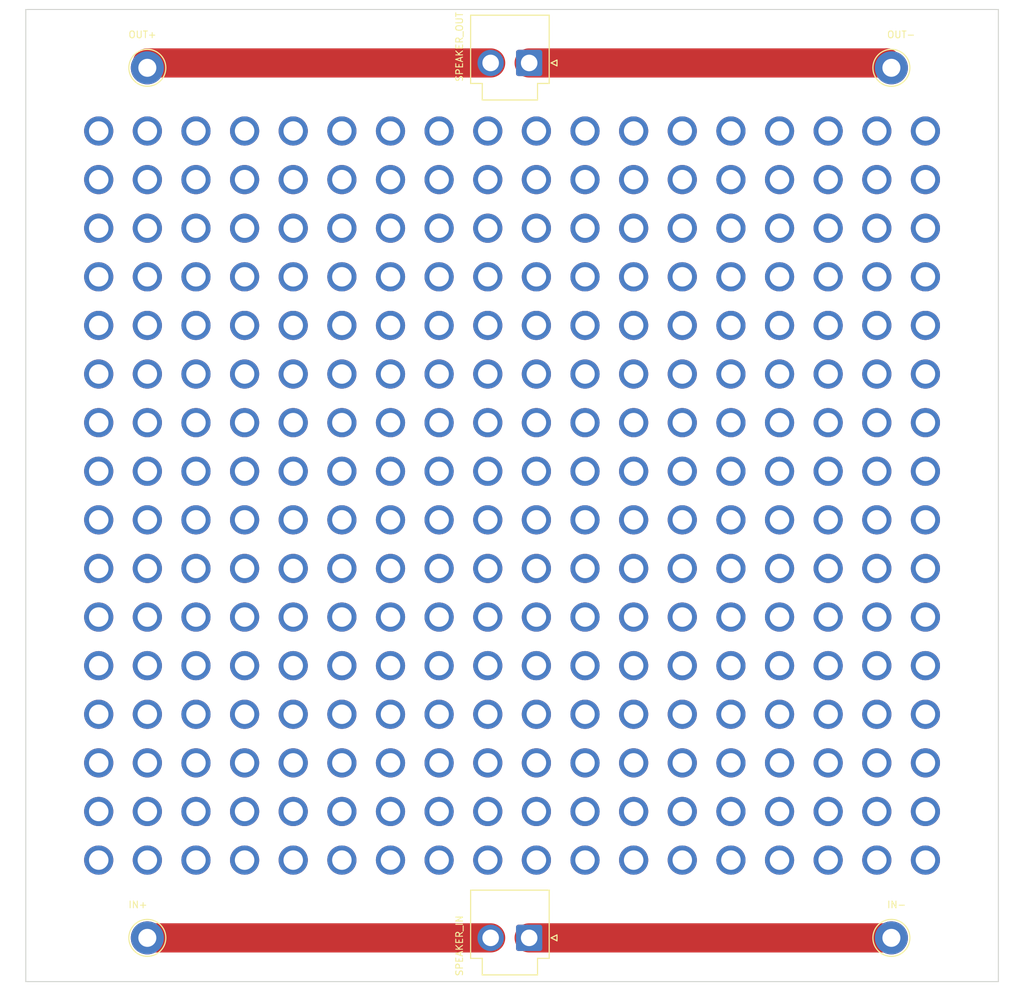
<source format=kicad_pcb>
(kicad_pcb (version 20221018) (generator pcbnew)
  (layers (0 "F.Cu" signal) (31 "B.Cu" signal) (34 "B.Paste" user) (35 "F.Paste" user) (36 "B.SilkS" user "B.Silkscreen") (37 "F.SilkS" user "F.Silkscreen") (38 "B.Mask" user) (39 "F.Mask" user) (44 "Edge.Cuts" user))
  (net 0 "")
  (net 1 "PGND")
  (net 2 "SPEAKER_IN")
  (net 3 "SPEAKER_OUT")
  (footprint "MountingHole:MountingHole_2.2mm_M2" (layer "F.Cu") (at 144 86)
    (fp_text reference "H84" hide)
    (fp_text value "MountingHole")
  )
  (footprint "MountingHole:MountingHole_3.2mm_M3" (layer "F.Cu") (at 104 56)
    (fp_text reference "H1" hide)
    (fp_text value "MountingHole")
  )
  (footprint "MountingHole:MountingHole_2.2mm_M2" (layer "F.Cu") (at 184 136)
    (fp_text reference "H272" hide)
    (fp_text value "MountingHole")
  )
  (footprint "MountingHole:MountingHole_2.2mm_M2" (layer "F.Cu") (at 109 111)
    (fp_text reference "H167" hide)
    (fp_text value "MountingHole")
  )
  (footprint "MountingHole:MountingHole_2.2mm_M2" (layer "F.Cu") (at 134 96)
    (fp_text reference "H118" hide)
    (fp_text value "MountingHole")
  )
  (footprint "MountingHole:MountingHole_2.2mm_M2" (layer "F.Cu") (at 159 76)
    (fp_text reference "H51" hide)
    (fp_text value "MountingHole")
  )
  (footprint "MountingHole:MountingHole_2.2mm_M2" (layer "F.Cu") (at 139 101)
    (fp_text reference "H137" hide)
    (fp_text value "MountingHole")
  )
  (footprint "MountingHole:MountingHole_2.2mm_M2" (layer "F.Cu") (at 144 116)
    (fp_text reference "H192" hide)
    (fp_text value "MountingHole")
  )
  (footprint "TestPoint:TestPoint_Loop_D2.50mm_Drill1.85mm" (layer "F.Cu") (at 190.5 149)
    (fp_text reference "TP2" hide)
    (fp_text value "TestPoint")
  )
  (footprint "MountingHole:MountingHole_2.2mm_M2" (layer "F.Cu") (at 134 86)
    (fp_text reference "H82" hide)
    (fp_text value "MountingHole")
  )
  (footprint "MountingHole:MountingHole_2.2mm_M2" (layer "F.Cu") (at 164 116)
    (fp_text reference "H196" hide)
    (fp_text value "MountingHole")
  )
  (footprint "MountingHole:MountingHole_2.2mm_M2" (layer "F.Cu") (at 149 106)
    (fp_text reference "H157" hide)
    (fp_text value "MountingHole")
  )
  (footprint "MountingHole:MountingHole_2.2mm_M2" (layer "F.Cu") (at 149 86)
    (fp_text reference "H85" hide)
    (fp_text value "MountingHole")
  )
  (footprint "MountingHole:MountingHole_2.2mm_M2" (layer "F.Cu") (at 164 106)
    (fp_text reference "H160" hide)
    (fp_text value "MountingHole")
  )
  (footprint "MountingHole:MountingHole_2.2mm_M2" (layer "F.Cu") (at 169 96)
    (fp_text reference "H125" hide)
    (fp_text value "MountingHole")
  )
  (footprint "MountingHole:MountingHole_2.2mm_M2" (layer "F.Cu") (at 149 76)
    (fp_text reference "H49" hide)
    (fp_text value "MountingHole")
  )
  (footprint "MountingHole:MountingHole_2.2mm_M2" (layer "F.Cu") (at 124 106)
    (fp_text reference "H152" hide)
    (fp_text value "MountingHole")
  )
  (footprint "MountingHole:MountingHole_2.2mm_M2" (layer "F.Cu") (at 159 126)
    (fp_text reference "H231" hide)
    (fp_text value "MountingHole")
  )
  (footprint "MountingHole:MountingHole_2.2mm_M2" (layer "F.Cu") (at 129 136)
    (fp_text reference "H261" hide)
    (fp_text value "MountingHole")
  )
  (footprint "MountingHole:MountingHole_2.2mm_M2" (layer "F.Cu") (at 139 66)
    (fp_text reference "H11" hide)
    (fp_text value "MountingHole")
  )
  (footprint "MountingHole:MountingHole_2.2mm_M2" (layer "F.Cu") (at 179 81)
    (fp_text reference "H73" hide)
    (fp_text value "MountingHole")
  )
  (footprint "MountingHole:MountingHole_2.2mm_M2" (layer "F.Cu") (at 154 136)
    (fp_text reference "H266" hide)
    (fp_text value "MountingHole")
  )
  (footprint "MountingHole:MountingHole_2.2mm_M2" (layer "F.Cu") (at 119 106)
    (fp_text reference "H151" hide)
    (fp_text value "MountingHole")
  )
  (footprint "MountingHole:MountingHole_2.2mm_M2" (layer "F.Cu") (at 179 106)
    (fp_text reference "H163" hide)
    (fp_text value "MountingHole")
  )
  (footprint "MountingHole:MountingHole_2.2mm_M2" (layer "F.Cu") (at 149 136)
    (fp_text reference "H265" hide)
    (fp_text value "MountingHole")
  )
  (footprint "MountingHole:MountingHole_2.2mm_M2" (layer "F.Cu") (at 114 106)
    (fp_text reference "H150" hide)
    (fp_text value "MountingHole")
  )
  (footprint "MountingHole:MountingHole_2.2mm_M2" (layer "F.Cu") (at 114 91)
    (fp_text reference "H96" hide)
    (fp_text value "MountingHole")
  )
  (footprint "MountingHole:MountingHole_2.2mm_M2" (layer "F.Cu") (at 124 126)
    (fp_text reference "H224" hide)
    (fp_text value "MountingHole")
  )
  (footprint "MountingHole:MountingHole_2.2mm_M2" (layer "F.Cu") (at 129 141)
    (fp_text reference "H279" hide)
    (fp_text value "MountingHole")
  )
  (footprint "MountingHole:MountingHole_2.2mm_M2" (layer "F.Cu") (at 184 86)
    (fp_text reference "H92" hide)
    (fp_text value "MountingHole")
  )
  (footprint "MountingHole:MountingHole_2.2mm_M2" (layer "F.Cu") (at 194 136)
    (fp_text reference "H274" hide)
    (fp_text value "MountingHole")
  )
  (footprint "MountingHole:MountingHole_2.2mm_M2" (layer "F.Cu") (at 129 111)
    (fp_text reference "H171" hide)
    (fp_text value "MountingHole")
  )
  (footprint "MountingHole:MountingHole_2.2mm_M2" (layer "F.Cu") (at 124 116)
    (fp_text reference "H188" hide)
    (fp_text value "MountingHole")
  )
  (footprint "MountingHole:MountingHole_2.2mm_M2" (layer "F.Cu") (at 169 116)
    (fp_text reference "H197" hide)
    (fp_text value "MountingHole")
  )
  (footprint "MountingHole:MountingHole_2.2mm_M2" (layer "F.Cu") (at 184 101)
    (fp_text reference "H146" hide)
    (fp_text value "MountingHole")
  )
  (footprint "MountingHole:MountingHole_2.2mm_M2" (layer "F.Cu") (at 129 101)
    (fp_text reference "H135" hide)
    (fp_text value "MountingHole")
  )
  (footprint "MountingHole:MountingHole_2.2mm_M2" (layer "F.Cu") (at 184 131)
    (fp_text reference "H254" hide)
    (fp_text value "MountingHole")
  )
  (footprint "MountingHole:MountingHole_2.2mm_M2" (layer "F.Cu") (at 114 86)
    (fp_text reference "H78" hide)
    (fp_text value "MountingHole")
  )
  (footprint "MountingHole:MountingHole_2.2mm_M2" (layer "F.Cu") (at 169 71)
    (fp_text reference "H35" hide)
    (fp_text value "MountingHole")
  )
  (footprint "MountingHole:MountingHole_2.2mm_M2" (layer "F.Cu") (at 139 136)
    (fp_text reference "H263" hide)
    (fp_text value "MountingHole")
  )
  (footprint "MountingHole:MountingHole_2.2mm_M2" (layer "F.Cu") (at 149 111)
    (fp_text reference "H175" hide)
    (fp_text value "MountingHole")
  )
  (footprint "MountingHole:MountingHole_2.2mm_M2" (layer "F.Cu") (at 109 96)
    (fp_text reference "H113" hide)
    (fp_text value "MountingHole")
  )
  (footprint "MountingHole:MountingHole_2.2mm_M2" (layer "F.Cu") (at 159 141)
    (fp_text reference "H285" hide)
    (fp_text value "MountingHole")
  )
  (footprint "MountingHole:MountingHole_2.2mm_M2" (layer "F.Cu") (at 164 66)
    (fp_text reference "H16" hide)
    (fp_text value "MountingHole")
  )
  (footprint "MountingHole:MountingHole_2.2mm_M2" (layer "F.Cu") (at 124 76)
    (fp_text reference "H44" hide)
    (fp_text value "MountingHole")
  )
  (footprint "MountingHole:MountingHole_2.2mm_M2" (layer "F.Cu") (at 119 111)
    (fp_text reference "H169" hide)
    (fp_text value "MountingHole")
  )
  (footprint "MountingHole:MountingHole_2.2mm_M2" (layer "F.Cu") (at 134 116)
    (fp_text reference "H190" hide)
    (fp_text value "MountingHole")
  )
  (footprint "MountingHole:MountingHole_2.2mm_M2" (layer "F.Cu") (at 129 81)
    (fp_text reference "H63" hide)
    (fp_text value "MountingHole")
  )
  (footprint "MountingHole:MountingHole_2.2mm_M2" (layer "F.Cu") (at 119 76)
    (fp_text reference "H43" hide)
    (fp_text value "MountingHole")
  )
  (footprint "MountingHole:MountingHole_2.2mm_M2" (layer "F.Cu") (at 139 131)
    (fp_text reference "H245" hide)
    (fp_text value "MountingHole")
  )
  (footprint "MountingHole:MountingHole_2.2mm_M2" (layer "F.Cu") (at 124 86)
    (fp_text reference "H80" hide)
    (fp_text value "MountingHole")
  )
  (footprint "MountingHole:MountingHole_3.2mm_M3" (layer "F.Cu") (at 199 56)
    (fp_text reference "H2" hide)
    (fp_text value "MountingHole")
  )
  (footprint "MountingHole:MountingHole_2.2mm_M2" (layer "F.Cu") (at 144 81)
    (fp_text reference "H66" hide)
    (fp_text value "MountingHole")
  )
  (footprint "MountingHole:MountingHole_2.2mm_M2" (layer "F.Cu") (at 154 131)
    (fp_text reference "H248" hide)
    (fp_text value "MountingHole")
  )
  (footprint "MountingHole:MountingHole_2.2mm_M2" (layer "F.Cu") (at 179 111)
    (fp_text reference "H181" hide)
    (fp_text value "MountingHole")
  )
  (footprint "MountingHole:MountingHole_2.2mm_M2" (layer "F.Cu") (at 189 131)
    (fp_text reference "H255" hide)
    (fp_text value "MountingHole")
  )
  (footprint "MountingHole:MountingHole_2.2mm_M2" (layer "F.Cu") (at 174 71)
    (fp_text reference "H36" hide)
    (fp_text value "MountingHole")
  )
  (footprint "MountingHole:MountingHole_2.2mm_M2" (layer "F.Cu") (at 174 126)
    (fp_text reference "H234" hide)
    (fp_text value "MountingHole")
  )
  (footprint "MountingHole:MountingHole_2.2mm_M2" (layer "F.Cu") (at 144 66)
    (fp_text reference "H12" hide)
    (fp_text value "MountingHole")
  )
  (footprint "MountingHole:MountingHole_3.2mm_M3" (layer "F.Cu") (at 199 151)
    (fp_text reference "H4" hide)
    (fp_text value "MountingHole")
  )
  (footprint "MountingHole:MountingHole_2.2mm_M2" (layer "F.Cu") (at 194 91)
    (fp_text reference "H112" hide)
    (fp_text value "MountingHole")
  )
  (footprint "MountingHole:MountingHole_2.2mm_M2" (layer "F.Cu") (at 169 126)
    (fp_text reference "H233" hide)
    (fp_text value "MountingHole")
  )
  (footprint "MountingHole:MountingHole_2.2mm_M2" (layer "F.Cu") (at 154 86)
    (fp_text reference "H86" hide)
    (fp_text value "MountingHole")
  )
  (footprint "MountingHole:MountingHole_2.2mm_M2" (layer "F.Cu") (at 139 126)
    (fp_text reference "H227" hide)
    (fp_text value "MountingHole")
  )
  (footprint "MountingHole:MountingHole_2.2mm_M2" (layer "F.Cu") (at 114 71)
    (fp_text reference "H24" hide)
    (fp_text value "MountingHole")
  )
  (footprint "MountingHole:MountingHole_2.2mm_M2" (layer "F.Cu") (at 139 111)
    (fp_text reference "H173" hide)
    (fp_text value "MountingHole")
  )
  (footprint "MountingHole:MountingHole_2.2mm_M2" (layer "F.Cu") (at 144 71)
    (fp_text reference "H30" hide)
    (fp_text value "MountingHole")
  )
  (footprint "MountingHole:MountingHole_2.2mm_M2" (layer "F.Cu") (at 109 101)
    (fp_text reference "H131" hide)
    (fp_text value "MountingHole")
  )
  (footprint "MountingHole:MountingHole_2.2mm_M2" (layer "F.Cu") (at 114 101)
    (fp_text reference "H132" hide)
    (fp_text value "MountingHole")
  )
  (footprint "MountingHole:MountingHole_2.2mm_M2" (layer "F.Cu") (at 189 111)
    (fp_text reference "H183" hide)
    (fp_text value "MountingHole")
  )
  (footprint "MountingHole:MountingHole_2.2mm_M2" (layer "F.Cu") (at 189 86)
    (fp_text reference "H93" hide)
    (fp_text value "MountingHole")
  )
  (footprint "MountingHole:MountingHole_2.2mm_M2" (layer "F.Cu") (at 129 106)
    (fp_text reference "H153" hide)
    (fp_text value "MountingHole")
  )
  (footprint "MountingHole:MountingHole_2.2mm_M2" (layer "F.Cu") (at 144 131)
    (fp_text reference "H246" hide)
    (fp_text value "MountingHole")
  )
  (footprint "MountingHole:MountingHole_2.2mm_M2" (layer "F.Cu") (at 154 111)
    (fp_text reference "H176" hide)
    (fp_text value "MountingHole")
  )
  (footprint "MountingHole:MountingHole_2.2mm_M2" (layer "F.Cu") (at 144 91)
    (fp_text reference "H102" hide)
    (fp_text value "MountingHole")
  )
  (footprint "MountingHole:MountingHole_2.2mm_M2" (layer "F.Cu") (at 194 71)
    (fp_text reference "H40" hide)
    (fp_text value "MountingHole")
  )
  (footprint "MountingHole:MountingHole_2.2mm_M2" (layer "F.Cu") (at 114 76)
    (fp_text reference "H42" hide)
    (fp_text value "MountingHole")
  )
  (footprint "MountingHole:MountingHole_2.2mm_M2" (layer "F.Cu") (at 149 101)
    (fp_text reference "H139" hide)
    (fp_text value "MountingHole")
  )
  (footprint "MountingHole:MountingHole_2.2mm_M2" (layer "F.Cu") (at 134 131)
    (fp_text reference "H244" hide)
    (fp_text value "MountingHole")
  )
  (footprint "MountingHole:MountingHole_2.2mm_M2" (layer "F.Cu") (at 109 106)
    (fp_text reference "H149" hide)
    (fp_text value "MountingHole")
  )
  (footprint "MountingHole:MountingHole_2.2mm_M2" (layer "F.Cu") (at 119 91)
    (fp_text reference "H97" hide)
    (fp_text value "MountingHole")
  )
  (footprint "MountingHole:MountingHole_2.2mm_M2" (layer "F.Cu") (at 179 91)
    (fp_text reference "H109" hide)
    (fp_text value "MountingHole")
  )
  (footprint "MountingHole:MountingHole_2.2mm_M2" (layer "F.Cu") (at 159 121)
    (fp_text reference "H213" hide)
    (fp_text value "MountingHole")
  )
  (footprint "MountingHole:MountingHole_2.2mm_M2" (layer "F.Cu") (at 189 91)
    (fp_text reference "H111" hide)
    (fp_text value "MountingHole")
  )
  (footprint "MountingHole:MountingHole_2.2mm_M2" (layer "F.Cu") (at 174 106)
    (fp_text reference "H162" hide)
    (fp_text value "MountingHole")
  )
  (footprint "MountingHole:MountingHole_2.2mm_M2" (layer "F.Cu") (at 174 101)
    (fp_text reference "H144" hide)
    (fp_text value "MountingHole")
  )
  (footprint "MountingHole:MountingHole_2.2mm_M2" (layer "F.Cu") (at 179 136)
    (fp_text reference "H271" hide)
    (fp_text value "MountingHole")
  )
  (footprint "MountingHole:MountingHole_2.2mm_M2" (layer "F.Cu") (at 139 86)
    (fp_text reference "H83" hide)
    (fp_text value "MountingHole")
  )
  (footprint "MountingHole:MountingHole_2.2mm_M2" (layer "F.Cu") (at 164 96)
    (fp_text reference "H124" hide)
    (fp_text value "MountingHole")
  )
  (footprint "MountingHole:MountingHole_2.2mm_M2" (layer "F.Cu") (at 189 116)
    (fp_text reference "H201" hide)
    (fp_text value "MountingHole")
  )
  (footprint "MountingHole:MountingHole_2.2mm_M2" (layer "F.Cu") (at 144 126)
    (fp_text reference "H228" hide)
    (fp_text value "MountingHole")
  )
  (footprint "MountingHole:MountingHole_2.2mm_M2" (layer "F.Cu") (at 134 101)
    (fp_text reference "H136" hide)
    (fp_text value "MountingHole")
  )
  (footprint "MountingHole:MountingHole_2.2mm_M2" (layer "F.Cu") (at 134 136)
    (fp_text reference "H262" hide)
    (fp_text value "MountingHole")
  )
  (footprint "MountingHole:MountingHole_2.2mm_M2" (layer "F.Cu") (at 164 111)
    (fp_text reference "H178" hide)
    (fp_text value "MountingHole")
  )
  (footprint "MountingHole:MountingHole_2.2mm_M2" (layer "F.Cu") (at 159 81)
    (fp_text reference "H69" hide)
    (fp_text value "MountingHole")
  )
  (footprint "MountingHole:MountingHole_2.2mm_M2" (layer "F.Cu") (at 164 76)
    (fp_text reference "H52" hide)
    (fp_text value "MountingHole")
  )
  (footprint "MountingHole:MountingHole_2.2mm_M2" (layer "F.Cu") (at 109 121)
    (fp_text reference "H203" hide)
    (fp_text value "MountingHole")
  )
  (footprint "MountingHole:MountingHole_2.2mm_M2" (layer "F.Cu") (at 109 81)
    (fp_text reference "H59" hide)
    (fp_text value "MountingHole")
  )
  (footprint "MountingHole:MountingHole_2.2mm_M2" (layer "F.Cu") (at 109 71)
    (fp_text reference "H23" hide)
    (fp_text value "MountingHole")
  )
  (footprint "MountingHole:MountingHole_2.2mm_M2" (layer "F.Cu") (at 144 111)
    (fp_text reference "H174" hide)
    (fp_text value "MountingHole")
  )
  (footprint "MountingHole:MountingHole_2.2mm_M2" (layer "F.Cu") (at 134 71)
    (fp_text reference "H28" hide)
    (fp_text value "MountingHole")
  )
  (footprint "MountingHole:MountingHole_2.2mm_M2" (layer "F.Cu") (at 134 141)
    (fp_text reference "H280" hide)
    (fp_text value "MountingHole")
  )
  (footprint "MountingHole:MountingHole_2.2mm_M2" (layer "F.Cu") (at 179 86)
    (fp_text reference "H91" hide)
    (fp_text value "MountingHole")
  )
  (footprint "MountingHole:MountingHole_2.2mm_M2" (layer "F.Cu") (at 189 76)
    (fp_text reference "H57" hide)
    (fp_text value "MountingHole")
  )
  (footprint "MountingHole:MountingHole_2.2mm_M2" (layer "F.Cu") (at 114 141)
    (fp_text reference "H276" hide)
    (fp_text value "MountingHole")
  )
  (footprint "MountingHole:MountingHole_2.2mm_M2" (layer "F.Cu") (at 144 96)
    (fp_text reference "H120" hide)
    (fp_text value "MountingHole")
  )
  (footprint "MountingHole:MountingHole_2.2mm_M2" (layer "F.Cu") (at 159 91)
    (fp_text reference "H105" hide)
    (fp_text value "MountingHole")
  )
  (footprint "MountingHole:MountingHole_2.2mm_M2" (layer "F.Cu") (at 154 66)
    (fp_text reference "H14" hide)
    (fp_text value "MountingHole")
  )
  (footprint "MountingHole:MountingHole_2.2mm_M2" (layer "F.Cu") (at 174 91)
    (fp_text reference "H108" hide)
    (fp_text value "MountingHole")
  )
  (footprint "MountingHole:MountingHole_2.2mm_M2" (layer "F.Cu") (at 114 121)
    (fp_text reference "H204" hide)
    (fp_text value "MountingHole")
  )
  (footprint "MountingHole:MountingHole_2.2mm_M2" (layer "F.Cu") (at 164 86)
    (fp_text reference "H88" hide)
    (fp_text value "MountingHole")
  )
  (footprint "MountingHole:MountingHole_2.2mm_M2" (layer "F.Cu") (at 139 116)
    (fp_text reference "H191" hide)
    (fp_text value "MountingHole")
  )
  (footprint "MountingHole:MountingHole_2.2mm_M2" (layer "F.Cu") (at 114 81)
    (fp_text reference "H60" hide)
    (fp_text value "MountingHole")
  )
  (footprint "MountingHole:MountingHole_2.2mm_M2" (layer "F.Cu") (at 109 141)
    (fp_text reference "H275" hide)
    (fp_text value "MountingHole")
  )
  (footprint "MountingHole:MountingHole_2.2mm_M2" (layer "F.Cu") (at 134 121)
    (fp_text reference "H208" hide)
    (fp_text value "MountingHole")
  )
  (footprint "MountingHole:MountingHole_2.2mm_M2" (layer "F.Cu") (at 184 81)
    (fp_text reference "H74" hide)
    (fp_text value "MountingHole")
  )
  (footprint "MountingHole:MountingHole_2.2mm_M2" (layer "F.Cu") (at 169 136)
    (fp_text reference "H269" hide)
    (fp_text value "MountingHole")
  )
  (footprint "MountingHole:MountingHole_2.2mm_M2" (layer "F.Cu") (at 119 136)
    (fp_text reference "H259" hide)
    (fp_text value "MountingHole")
  )
  (footprint "MountingHole:MountingHole_2.2mm_M2" (layer "F.Cu") (at 174 131)
    (fp_text reference "H252" hide)
    (fp_text value "MountingHole")
  )
  (footprint "MountingHole:MountingHole_2.2mm_M2" (layer "F.Cu") (at 134 81)
    (fp_text reference "H64" hide)
    (fp_text value "MountingHole")
  )
  (footprint "MountingHole:MountingHole_2.2mm_M2" (layer "F.Cu") (at 154 126)
    (fp_text reference "H230" hide)
    (fp_text value "MountingHole")
  )
  (footprint "MountingHole:MountingHole_2.2mm_M2" (layer "F.Cu") (at 189 141)
    (fp_text reference "H291" hide)
    (fp_text value "MountingHole")
  )
  (footprint "MountingHole:MountingHole_2.2mm_M2" (layer "F.Cu") (at 129 66)
    (fp_text reference "H9" hide)
    (fp_text value "MountingHole")
  )
  (footprint "MountingHole:MountingHole_2.2mm_M2" (layer "F.Cu") (at 189 101)
    (fp_text reference "H147" hide)
    (fp_text value "MountingHole")
  )
  (footprint "MountingHole:MountingHole_2.2mm_M2" (layer "F.Cu") (at 159 111)
    (fp_text reference "H177" hide)
    (fp_text value "MountingHole")
  )
  (footprint "MountingHole:MountingHole_2.2mm_M2" (layer "F.Cu") (at 149 96)
    (fp_text reference "H121" hide)
    (fp_text value "MountingHole")
  )
  (footprint "MountingHole:MountingHole_2.2mm_M2" (layer "F.Cu") (at 124 91)
    (fp_text reference "H98" hide)
    (fp_text value "MountingHole")
  )
  (footprint "MountingHole:MountingHole_2.2mm_M2" (layer "F.Cu") (at 129 76)
    (fp_text reference "H45" hide)
    (fp_text value "MountingHole")
  )
  (footprint "MountingHole:MountingHole_2.2mm_M2" (layer "F.Cu") (at 154 81)
    (fp_text reference "H68" hide)
    (fp_text value "MountingHole")
  )
  (footprint "MountingHole:MountingHole_2.2mm_M2" (layer "F.Cu") (at 154 121)
    (fp_text reference "H212" hide)
    (fp_text value "MountingHole")
  )
  (footprint "MountingHole:MountingHole_2.2mm_M2" (layer "F.Cu") (at 189 96)
    (fp_text reference "H129" hide)
    (fp_text value "MountingHole")
  )
  (footprint "MountingHole:MountingHole_2.2mm_M2" (layer "F.Cu") (at 109 126)
    (fp_text reference "H221" hide)
    (fp_text value "MountingHole")
  )
  (footprint "MountingHole:MountingHole_2.2mm_M2" (layer "F.Cu") (at 119 71)
    (fp_text reference "H25" hide)
    (fp_text value "MountingHole")
  )
  (footprint "MountingHole:MountingHole_2.2mm_M2" (layer "F.Cu") (at 109 76)
    (fp_text reference "H41" hide)
    (fp_text value "MountingHole")
  )
  (footprint "MountingHole:MountingHole_2.2mm_M2" (layer "F.Cu") (at 154 116)
    (fp_text reference "H194" hide)
    (fp_text value "MountingHole")
  )
  (footprint "MountingHole:MountingHole_2.2mm_M2" (layer "F.Cu") (at 159 116)
    (fp_text reference "H195" hide)
    (fp_text value "MountingHole")
  )
  (footprint "MountingHole:MountingHole_2.2mm_M2" (layer "F.Cu") (at 179 126)
    (fp_text reference "H235" hide)
    (fp_text value "MountingHole")
  )
  (footprint "MountingHole:MountingHole_2.2mm_M2" (layer "F.Cu") (at 164 141)
    (fp_text reference "H286" hide)
    (fp_text value "MountingHole")
  )
  (footprint "MountingHole:MountingHole_2.2mm_M2" (layer "F.Cu") (at 179 131)
    (fp_text reference "H253" hide)
    (fp_text value "MountingHole")
  )
  (footprint "MountingHole:MountingHole_2.2mm_M2" (layer "F.Cu") (at 149 81)
    (fp_text reference "H67" hide)
    (fp_text value "MountingHole")
  )
  (footprint "MountingHole:MountingHole_2.2mm_M2" (layer "F.Cu") (at 194 116)
    (fp_text reference "H202" hide)
    (fp_text value "MountingHole")
  )
  (footprint "MountingHole:MountingHole_2.2mm_M2" (layer "F.Cu") (at 149 116)
    (fp_text reference "H193" hide)
    (fp_text value "MountingHole")
  )
  (footprint "MountingHole:MountingHole_2.2mm_M2" (layer "F.Cu") (at 174 141)
    (fp_text reference "H288" hide)
    (fp_text value "MountingHole")
  )
  (footprint "MountingHole:MountingHole_2.2mm_M2" (layer "F.Cu") (at 119 116)
    (fp_text reference "H187" hide)
    (fp_text value "MountingHole")
  )
  (footprint "MountingHole:MountingHole_2.2mm_M2" (layer "F.Cu") (at 159 131)
    (fp_text reference "H249" hide)
    (fp_text value "MountingHole")
  )
  (footprint "MountingHole:MountingHole_2.2mm_M2" (layer "F.Cu") (at 144 136)
    (fp_text reference "H264" hide)
    (fp_text value "MountingHole")
  )
  (footprint "MountingHole:MountingHole_2.2mm_M2" (layer "F.Cu") (at 184 111)
    (fp_text reference "H182" hide)
    (fp_text value "MountingHole")
  )
  (footprint "MountingHole:MountingHole_2.2mm_M2" (layer "F.Cu") (at 119 96)
    (fp_text reference "H115" hide)
    (fp_text value "MountingHole")
  )
  (footprint "MountingHole:MountingHole_2.2mm_M2" (layer "F.Cu") (at 164 71)
    (fp_text reference "H34" hide)
    (fp_text value "MountingHole")
  )
  (footprint "MountingHole:MountingHole_2.2mm_M2" (layer "F.Cu") (at 119 141)
    (fp_text reference "H277" hide)
    (fp_text value "MountingHole")
  )
  (footprint "MountingHole:MountingHole_2.2mm_M2" (layer "F.Cu") (at 129 121)
    (fp_text reference "H207" hide)
    (fp_text value "MountingHole")
  )
  (footprint "MountingHole:MountingHole_2.2mm_M2" (layer "F.Cu") (at 124 111)
    (fp_text reference "H170" hide)
    (fp_text value "MountingHole")
  )
  (footprint "MountingHole:MountingHole_2.2mm_M2" (layer "F.Cu") (at 159 136)
    (fp_text reference "H267" hide)
    (fp_text value "MountingHole")
  )
  (footprint "MountingHole:MountingHole_2.2mm_M2" (layer "F.Cu") (at 174 111)
    (fp_text reference "H180" hide)
    (fp_text value "MountingHole")
  )
  (footprint "MountingHole:MountingHole_2.2mm_M2" (layer "F.Cu") (at 124 141)
    (fp_text reference "H278" hide)
    (fp_text value "MountingHole")
  )
  (footprint "MountingHole:MountingHole_2.2mm_M2" (layer "F.Cu") (at 129 126)
    (fp_text reference "H225" hide)
    (fp_text value "MountingHole")
  )
  (footprint "MountingHole:MountingHole_2.2mm_M2" (layer "F.Cu") (at 179 141)
    (fp_text reference "H289" hide)
    (fp_text value "MountingHole")
  )
  (footprint "MountingHole:MountingHole_2.2mm_M2" (layer "F.Cu") (at 194 96)
    (fp_text reference "H130" hide)
    (fp_text value "MountingHole")
  )
  (footprint "MountingHole:MountingHole_2.2mm_M2" (layer "F.Cu") (at 159 86)
    (fp_text reference "H87" hide)
    (fp_text value "MountingHole")
  )
  (footprint "MountingHole:MountingHole_2.2mm_M2" (layer "F.Cu") (at 109 66)
    (fp_text reference "H5" hide)
    (fp_text value "MountingHole")
  )
  (footprint "MountingHole:MountingHole_2.2mm_M2" (layer "F.Cu") (at 179 101)
    (fp_text reference "H145" hide)
    (fp_text value "MountingHole")
  )
  (footprint "MountingHole:MountingHole_2.2mm_M2" (layer "F.Cu") (at 194 111)
    (fp_text reference "H184" hide)
    (fp_text value "MountingHole")
  )
  (footprint "MountingHole:MountingHole_2.2mm_M2" (layer "F.Cu") (at 129 91)
    (fp_text reference "H99" hide)
    (fp_text value "MountingHole")
  )
  (footprint "MountingHole:MountingHole_2.2mm_M2" (layer "F.Cu") (at 139 81)
    (fp_text reference "H65" hide)
    (fp_text value "MountingHole")
  )
  (footprint "MountingHole:MountingHole_2.2mm_M2" (layer "F.Cu") (at 164 136)
    (fp_text reference "H268" hide)
    (fp_text value "MountingHole")
  )
  (footprint "MountingHole:MountingHole_2.2mm_M2" (layer "F.Cu") (at 119 81)
    (fp_text reference "H61" hide)
    (fp_text value "MountingHole")
  )
  (footprint "MountingHole:MountingHole_2.2mm_M2" (layer "F.Cu") (at 129 131)
    (fp_text reference "H243" hide)
    (fp_text value "MountingHole")
  )
  (footprint "MountingHole:MountingHole_2.2mm_M2" (layer "F.Cu") (at 169 66)
    (fp_text reference "H17" hide)
    (fp_text value "MountingHole")
  )
  (footprint "MountingHole:MountingHole_2.2mm_M2" (layer "F.Cu") (at 149 131)
    (fp_text reference "H247" hide)
    (fp_text value "MountingHole")
  )
  (footprint "MountingHole:MountingHole_2.2mm_M2" (layer "F.Cu") (at 124 71)
    (fp_text reference "H26" hide)
    (fp_text value "MountingHole")
  )
  (footprint "MountingHole:MountingHole_2.2mm_M2" (layer "F.Cu") (at 139 96)
    (fp_text reference "H119" hide)
    (fp_text value "MountingHole")
  )
  (footprint "MountingHole:MountingHole_2.2mm_M2" (layer "F.Cu") (at 149 141)
    (fp_text reference "H283" hide)
    (fp_text value "MountingHole")
  )
  (footprint "MountingHole:MountingHole_2.2mm_M2" (layer "F.Cu") (at 159 71)
    (fp_text reference "H33" hide)
    (fp_text value "MountingHole")
  )
  (footprint "MountingHole:MountingHole_2.2mm_M2" (layer "F.Cu") (at 169 101)
    (fp_text reference "H143" hide)
    (fp_text value "MountingHole")
  )
  (footprint "MountingHole:MountingHole_2.2mm_M2" (layer "F.Cu") (at 174 136)
    (fp_text reference "H270" hide)
    (fp_text value "MountingHole")
  )
  (footprint "MountingHole:MountingHole_2.2mm_M2" (layer "F.Cu") (at 184 106)
    (fp_text reference "H164" hide)
    (fp_text value "MountingHole")
  )
  (footprint "MountingHole:MountingHole_2.2mm_M2" (layer "F.Cu") (at 179 96)
    (fp_text reference "H127" hide)
    (fp_text value "MountingHole")
  )
  (footprint "MountingHole:MountingHole_2.2mm_M2" (layer "F.Cu") (at 129 86)
    (fp_text reference "H81" hide)
    (fp_text value "MountingHole")
  )
  (footprint "MountingHole:MountingHole_2.2mm_M2" (layer "F.Cu") (at 194 86)
    (fp_text reference "H94" hide)
    (fp_text value "MountingHole")
  )
  (footprint "MountingHole:MountingHole_2.2mm_M2" (layer "F.Cu") (at 184 71)
    (fp_text reference "H38" hide)
    (fp_text value "MountingHole")
  )
  (footprint "MountingHole:MountingHole_2.2mm_M2" (layer "F.Cu") (at 134 111)
    (fp_text reference "H172" hide)
    (fp_text value "MountingHole")
  )
  (footprint "MountingHole:MountingHole_2.2mm_M2" (layer "F.Cu") (at 139 76)
    (fp_text reference "H47" hide)
    (fp_text value "MountingHole")
  )
  (footprint "MountingHole:MountingHole_2.2mm_M2" (layer "F.Cu") (at 134 106)
    (fp_text reference "H154" hide)
    (fp_text value "MountingHole")
  )
  (footprint "MountingHole:MountingHole_2.2mm_M2" (layer "F.Cu") (at 164 81)
    (fp_text reference "H70" hide)
    (fp_text value "MountingHole")
  )
  (footprint "MountingHole:MountingHole_2.2mm_M2" (layer "F.Cu") (at 149 121)
    (fp_text reference "H211" hide)
    (fp_text value "MountingHole")
  )
  (footprint "MountingHole:MountingHole_2.2mm_M2" (layer "F.Cu") (at 174 76)
    (fp_text reference "H54" hide)
    (fp_text value "MountingHole")
  )
  (footprint "MountingHole:MountingHole_2.2mm_M2" (layer "F.Cu") (at 129 71)
    (fp_text reference "H27" hide)
    (fp_text value "MountingHole")
  )
  (footprint "MountingHole:MountingHole_2.2mm_M2" (layer "F.Cu") (at 154 96)
    (fp_text reference "H122" hide)
    (fp_text value "MountingHole")
  )
  (footprint "MountingHole:MountingHole_2.2mm_M2" (layer "F.Cu") (at 154 106)
    (fp_text reference "H158" hide)
    (fp_text value "MountingHole")
  )
  (footprint "MountingHole:MountingHole_2.2mm_M2" (layer "F.Cu") (at 109 136)
    (fp_text reference "H257" hide)
    (fp_text value "MountingHole")
  )
  (footprint "MountingHole:MountingHole_2.2mm_M2" (layer "F.Cu") (at 184 126)
    (fp_text reference "H236" hide)
    (fp_text value "MountingHole")
  )
  (footprint "MountingHole:MountingHole_2.2mm_M2" (layer "F.Cu") (at 144 141)
    (fp_text reference "H282" hide)
    (fp_text value "MountingHole")
  )
  (footprint "MountingHole:MountingHole_2.2mm_M2" (layer "F.Cu") (at 114 96)
    (fp_text reference "H114" hide)
    (fp_text value "MountingHole")
  )
  (footprint "MountingHole:MountingHole_2.2mm_M2" (layer "F.Cu") (at 114 131)
    (fp_text reference "H240" hide)
    (fp_text value "MountingHole")
  )
  (footprint "MountingHole:MountingHole_2.2mm_M2" (layer "F.Cu") (at 144 101)
    (fp_text reference "H138" hide)
    (fp_text value "MountingHole")
  )
  (footprint "MountingHole:MountingHole_2.2mm_M2" (layer "F.Cu") (at 174 121)
    (fp_text reference "H216" hide)
    (fp_text value "MountingHole")
  )
  (footprint "MountingHole:MountingHole_2.2mm_M2" (layer "F.Cu") (at 184 96)
    (fp_text reference "H128" hide)
    (fp_text value "MountingHole")
  )
  (footprint "MountingHole:MountingHole_2.2mm_M2" (layer "F.Cu") (at 124 131)
    (fp_text reference "H242" hide)
    (fp_text value "MountingHole")
  )
  (footprint "MountingHole:MountingHole_2.2mm_M2" (layer "F.Cu") (at 164 101)
    (fp_text reference "H142" hide)
    (fp_text value "MountingHole")
  )
  (footprint "Connector_JST:JST_VH_B2P-VH_1x02_P3.96mm_Vertical" (layer "F.Cu") (at 153.2575 59 180)
    (fp_text reference "J2" hide)
    (fp_text value "Conn_01x02_Pin" hide)
  )
  (footprint "MountingHole:MountingHole_2.2mm_M2" (layer "F.Cu") (at 154 71)
    (fp_text reference "H32" hide)
    (fp_text value "MountingHole")
  )
  (footprint "MountingHole:MountingHole_2.2mm_M2" (layer "F.Cu") (at 154 76)
    (fp_text reference "H50" hide)
    (fp_text value "MountingHole")
  )
  (footprint "MountingHole:MountingHole_2.2mm_M2" (layer "F.Cu") (at 194 141)
    (fp_text reference "H292" hide)
    (fp_text value "MountingHole")
  )
  (footprint "MountingHole:MountingHole_2.2mm_M2" (layer "F.Cu") (at 149 126)
    (fp_text reference "H229" hide)
    (fp_text value "MountingHole")
  )
  (footprint "MountingHole:MountingHole_2.2mm_M2" (layer "F.Cu") (at 194 76)
    (fp_text reference "H58" hide)
    (fp_text value "MountingHole")
  )
  (footprint "MountingHole:MountingHole_2.2mm_M2" (layer "F.Cu") (at 124 66)
    (fp_text reference "H8" hide)
    (fp_text value "MountingHole")
  )
  (footprint "MountingHole:MountingHole_2.2mm_M2" (layer "F.Cu") (at 154 141)
    (fp_text reference "H284" hide)
    (fp_text value "MountingHole")
  )
  (footprint "MountingHole:MountingHole_2.2mm_M2" (layer "F.Cu") (at 194 126)
    (fp_text reference "H238" hide)
    (fp_text value "MountingHole")
  )
  (footprint "MountingHole:MountingHole_2.2mm_M2" (layer "F.Cu") (at 139 71)
    (fp_text reference "H29" hide)
    (fp_text value "MountingHole")
  )
  (footprint "MountingHole:MountingHole_2.2mm_M2" (layer "F.Cu") (at 174 116)
    (fp_text reference "H198" hide)
    (fp_text value "MountingHole")
  )
  (footprint "MountingHole:MountingHole_2.2mm_M2" (layer "F.Cu") (at 194 66)
    (fp_text reference "H22" hide)
    (fp_text value "MountingHole")
  )
  (footprint "MountingHole:MountingHole_2.2mm_M2" (layer "F.Cu") (at 124 96)
    (fp_text reference "H116" hide)
    (fp_text value "MountingHole")
  )
  (footprint "Connector_JST:JST_VH_B2P-VH_1x02_P3.96mm_Vertical" (layer "F.Cu") (at 153.2575 149 180)
    (fp_text reference "J1" hide)
    (fp_text value "Conn_01x02_Pin")
  )
  (footprint "MountingHole:MountingHole_2.2mm_M2" (layer "F.Cu") (at 144 121)
    (fp_text reference "H210" hide)
    (fp_text value "MountingHole")
  )
  (footprint "MountingHole:MountingHole_2.2mm_M2" (layer "F.Cu") (at 184 76)
    (fp_text reference "H56" hide)
    (fp_text value "MountingHole")
  )
  (footprint "MountingHole:MountingHole_2.2mm_M2" (layer "F.Cu") (at 189 121)
    (fp_text reference "H219" hide)
    (fp_text value "MountingHole")
  )
  (footprint "TestPoint:TestPoint_Loop_D2.50mm_Drill1.85mm" (layer "F.Cu") (at 190.5 59.5)
    (fp_text reference "TP1" hide)
    (fp_text value "TestPoint")
  )
  (footprint "MountingHole:MountingHole_2.2mm_M2" (layer "F.Cu") (at 109 91)
    (fp_text reference "H95" hide)
    (fp_text value "MountingHole")
  )
  (footprint "MountingHole:MountingHole_2.2mm_M2" (layer "F.Cu") (at 184 66)
    (fp_text reference "H20" hide)
    (fp_text value "MountingHole")
  )
  (footprint "MountingHole:MountingHole_2.2mm_M2" (layer "F.Cu") (at 169 131)
    (fp_text reference "H251" hide)
    (fp_text value "MountingHole")
  )
  (footprint "MountingHole:MountingHole_2.2mm_M2" (layer "F.Cu") (at 194 81)
    (fp_text reference "H76" hide)
    (fp_text value "MountingHole")
  )
  (footprint "MountingHole:MountingHole_2.2mm_M2" (layer "F.Cu") (at 119 131)
    (fp_text reference "H241" hide)
    (fp_text value "MountingHole")
  )
  (footprint "MountingHole:MountingHole_2.2mm_M2" (layer "F.Cu") (at 164 131)
    (fp_text reference "H250" hide)
    (fp_text value "MountingHole")
  )
  (footprint "MountingHole:MountingHole_2.2mm_M2" (layer "F.Cu") (at 139 106)
    (fp_text reference "H155" hide)
    (fp_text value "MountingHole")
  )
  (footprint "MountingHole:MountingHole_2.2mm_M2" (layer "F.Cu") (at 174 66)
    (fp_text reference "H18" hide)
    (fp_text value "MountingHole")
  )
  (footprint "MountingHole:MountingHole_2.2mm_M2" (layer "F.Cu") (at 169 76)
    (fp_text reference "H53" hide)
    (fp_text value "MountingHole")
  )
  (footprint "MountingHole:MountingHole_2.2mm_M2" (layer "F.Cu") (at 109 131)
    (fp_text reference "H239" hide)
    (fp_text value "MountingHole")
  )
  (footprint "MountingHole:MountingHole_2.2mm_M2" (layer "F.Cu") (at 134 76)
    (fp_text reference "H46" hide)
    (fp_text value "MountingHole")
  )
  (footprint "MountingHole:MountingHole_2.2mm_M2" (layer "F.Cu") (at 179 71)
    (fp_text reference "H37" hide)
    (fp_text value "MountingHole")
  )
  (footprint "MountingHole:MountingHole_2.2mm_M2" (layer "F.Cu") (at 179 76)
    (fp_text reference "H55" hide)
    (fp_text value "MountingHole")
  )
  (footprint "MountingHole:MountingHole_2.2mm_M2" (layer "F.Cu") (at 164 126)
    (fp_text reference "H232" hide)
    (fp_text value "MountingHole")
  )
  (footprint "MountingHole:MountingHole_2.2mm_M2" (layer "F.Cu") (at 154 91)
    (fp_text reference "H104" hide)
    (fp_text value "MountingHole")
  )
  (footprint "MountingHole:MountingHole_2.2mm_M2" (layer "F.Cu") (at 189 81)
    (fp_text reference "H75" hide)
    (fp_text value "MountingHole")
  )
  (footprint "MountingHole:MountingHole_2.2mm_M2" (layer "F.Cu") (at 169 141)
    (fp_text reference "H287" hide)
    (fp_text value "MountingHole")
  )
  (footprint "MountingHole:MountingHole_2.2mm_M2" (layer "F.Cu") (at 179 66)
    (fp_text reference "H19" hide)
    (fp_text value "MountingHole")
  )
  (footprint "MountingHole:MountingHole_2.2mm_M2" (layer "F.Cu") (at 169 81)
    (fp_text reference "H71" hide)
    (fp_text value "MountingHole")
  )
  (footprint "MountingHole:MountingHole_2.2mm_M2" (layer "F.Cu") (at 109 86)
    (fp_text reference "H77" hide)
    (fp_text value "MountingHole")
  )
  (footprint "MountingHole:MountingHole_2.2mm_M2" (layer "F.Cu") (at 144 106)
    (fp_text reference "H156" hide)
    (fp_text value "MountingHole")
  )
  (footprint "MountingHole:MountingHole_2.2mm_M2" (layer "F.Cu") (at 114 111)
    (fp_text reference "H168" hide)
    (fp_text value "MountingHole")
  )
  (footprint "MountingHole:MountingHole_2.2mm_M2" (layer "F.Cu") (at 114 116)
    (fp_text reference "H186" hide)
    (fp_text value "MountingHole")
  )
  (footprint "MountingHole:MountingHole_2.2mm_M2" (layer "F.Cu") (at 194 131)
    (fp_text reference "H256" hide)
    (fp_text value "MountingHole")
  )
  (footprint "MountingHole:MountingHole_2.2mm_M2" (layer "F.Cu") (at 184 121)
    (fp_text reference "H218" hide)
    (fp_text value "MountingHole")
  )
  (footprint "MountingHole:MountingHole_2.2mm_M2" (layer "F.Cu") (at 159 106)
    (fp_text reference "H159" hide)
    (fp_text value "MountingHole")
  )
  (footprint "MountingHole:MountingHole_2.2mm_M2" (layer "F.Cu") (at 189 66)
    (fp_text reference "H21" hide)
    (fp_text value "MountingHole")
  )
  (footprint "MountingHole:MountingHole_2.2mm_M2" (layer "F.Cu") (at 169 86)
    (fp_text reference "H89" hide)
    (fp_text value "MountingHole")
  )
  (footprint "MountingHole:MountingHole_2.2mm_M2" (layer "F.Cu") (at 129 116)
    (fp_text reference "H189" hide)
    (fp_text value "MountingHole")
  )
  (footprint "MountingHole:MountingHole_2.2mm_M2" (layer "F.Cu") (at 139 141)
    (fp_text reference "H281" hide)
    (fp_text value "MountingHole")
  )
  (footprint "MountingHole:MountingHole_2.2mm_M2" (layer "F.Cu") (at 124 101)
    (fp_text reference "H134" hide)
    (fp_text value "MountingHole")
  )
  (footprint "MountingHole:MountingHole_2.2mm_M2" (layer "F.Cu") (at 119 66)
    (fp_text reference "H7" hide)
    (fp_text value "MountingHole")
  )
  (footprint "MountingHole:MountingHole_2.2mm_M2" (layer "F.Cu") (at 134 91)
    (fp_text reference "H100" hide)
    (fp_text value "MountingHole")
  )
  (footprint "MountingHole:MountingHole_2.2mm_M2" (layer "F.Cu") (at 159 101)
    (fp_text reference "H141" hide)
    (fp_text value "MountingHole")
  )
  (footprint "MountingHole:MountingHole_2.2mm_M2" (layer "F.Cu") (at 149 91)
    (fp_text reference "H103" hide)
    (fp_text value "MountingHole")
  )
  (footprint "MountingHole:MountingHole_2.2mm_M2" (layer "F.Cu") (at 164 91)
    (fp_text reference "H106" hide)
    (fp_text value "MountingHole")
  )
  (footprint "TestPoint:TestPoint_Loop_D2.50mm_Drill1.85mm" (layer "F.Cu") (at 114 149)
    (fp_text reference "TP3" hide)
    (fp_text value "TestPoint")
  )
  (footprint "MountingHole:MountingHole_2.2mm_M2" (layer "F.Cu") (at 139 121)
    (fp_text reference "H209" hide)
    (fp_text value "MountingHole")
  )
  (footprint "MountingHole:MountingHole_2.2mm_M2" (layer "F.Cu") (at 159 96)
    (fp_text reference "H123" hide)
    (fp_text value "MountingHole")
  )
  (footprint "MountingHole:MountingHole_2.2mm_M2" (layer "F.Cu") (at 179 116)
    (fp_text reference "H199" hide)
    (fp_text value "MountingHole")
  )
  (footprint "MountingHole:MountingHole_2.2mm_M2" (layer "F.Cu") (at 119 121)
    (fp_text reference "H205" hide)
    (fp_text value "MountingHole")
  )
  (footprint "MountingHole:MountingHole_2.2mm_M2" (layer "F.Cu") (at 129 96)
    (fp_text reference "H117" hide)
    (fp_text value "MountingHole")
  )
  (footprint "MountingHole:MountingHole_3.2mm_M3" (layer "F.Cu") (at 104 151)
    (fp_text reference "H3" hide)
    (fp_text value "MountingHole")
  )
  (footprint "MountingHole:MountingHole_2.2mm_M2" (layer "F.Cu") (at 134 66)
    (fp_text reference "H10" hide)
    (fp_text value "MountingHole")
  )
  (footprint "MountingHole:MountingHole_2.2mm_M2" (layer "F.Cu") (at 189 126)
    (fp_text reference "H237" hide)
    (fp_text value "MountingHole")
  )
  (footprint "MountingHole:MountingHole_2.2mm_M2" (layer "F.Cu") (at 174 81)
    (fp_text reference "H72" hide)
    (fp_text value "MountingHole")
  )
  (footprint "MountingHole:MountingHole_2.2mm_M2" (layer "F.Cu") (at 124 121)
    (fp_text reference "H206" hide)
    (fp_text value "MountingHole")
  )
  (footprint "MountingHole:MountingHole_2.2mm_M2" (layer "F.Cu") (at 189 106)
    (fp_text reference "H165" hide)
    (fp_text value "MountingHole")
  )
  (footprint "MountingHole:MountingHole_2.2mm_M2" (layer "F.Cu") (at 109 116)
    (fp_text reference "H185" hide)
    (fp_text value "MountingHole")
  )
  (footprint "MountingHole:MountingHole_2.2mm_M2" (layer "F.Cu") (at 159 66)
    (fp_text reference "H15" hide)
    (fp_text value "MountingHole")
  )
  (footprint "MountingHole:MountingHole_2.2mm_M2" (layer "F.Cu") (at 149 71)
    (fp_text reference "H31" hide)
    (fp_text value "MountingHole")
  )
  (footprint "MountingHole:MountingHole_2.2mm_M2" (layer "F.Cu") (at 194 106)
    (fp_text reference "H166" hide)
    (fp_text value "MountingHole")
  )
  (footprint "MountingHole:MountingHole_2.2mm_M2" (layer "F.Cu") (at 184 116)
    (fp_text reference "H200" hide)
    (fp_text value "MountingHole")
  )
  (footprint "MountingHole:MountingHole_2.2mm_M2" (layer "F.Cu") (at 169 106)
    (fp_text reference "H161" hide)
    (fp_text value "MountingHole")
  )
  (footprint "MountingHole:MountingHole_2.2mm_M2" (layer "F.Cu") (at 119 126)
    (fp_text reference "H223" hide)
    (fp_text value "MountingHole")
  )
  (footprint "MountingHole:MountingHole_2.2mm_M2" (layer "F.Cu") (at 174 86)
    (fp_text reference "H90" hide)
    (fp_text value "MountingHole")
  )
  (footprint "MountingHole:MountingHole_2.2mm_M2" (layer "F.Cu") (at 139 91)
    (fp_text reference "H101" hide)
    (fp_text value "MountingHole")
  )
  (footprint "MountingHole:MountingHole_2.2mm_M2" (layer "F.Cu") (at 194 121)
    (fp_text reference "H220" hide)
    (fp_text value "MountingHole")
  )
  (footprint "MountingHole:MountingHole_2.2mm_M2" (layer "F.Cu") (at 124 136)
    (fp_text reference "H260" hide)
    (fp_text value "MountingHole")
  )
  (footprint "MountingHole:MountingHole_2.2mm_M2" (layer "F.Cu") (at 169 91)
    (fp_text reference "H107" hide)
    (fp_text value "MountingHole")
  )
  (footprint "MountingHole:MountingHole_2.2mm_M2" (layer "F.Cu") (at 164 121)
    (fp_text reference "H214" hide)
    (fp_text value "MountingHole")
  )
  (footprint "MountingHole:MountingHole_2.2mm_M2" (layer "F.Cu") (at 169 121)
    (fp_text reference "H215" hide)
    (fp_text value "MountingHole")
  )
  (footprint "MountingHole:MountingHole_2.2mm_M2" (layer "F.Cu") (at 114 136)
    (fp_text reference "H258" hide)
    (fp_text value "MountingHole")
  )
  (footprint "MountingHole:MountingHole_2.2mm_M2" (layer "F.Cu") (at 114 126)
    (fp_text reference "H222" hide)
    (fp_text value "MountingHole")
  )
  (footprint "MountingHole:MountingHole_2.2mm_M2" (layer "F.Cu") (at 114 66)
    (fp_text reference "H6" hide)
    (fp_text value "MountingHole")
  )
  (footprint "MountingHole:MountingHole_2.2mm_M2" (layer "F.Cu") (at 134 126)
    (fp_text reference "H226" hide)
    (fp_text value "MountingHole")
  )
  (footprint "MountingHole:MountingHole_2.2mm_M2" (layer "F.Cu") (at 169 111)
    (fp_text reference "H179" hide)
    (fp_text value "MountingHole")
  )
  (footprint "MountingHole:MountingHole_2.2mm_M2" (layer "F.Cu") (at 119 101)
    (fp_text reference "H133" hide)
    (fp_text value "MountingHole")
  )
  (footprint "MountingHole:MountingHole_2.2mm_M2" (layer "F.Cu") (at 119 86)
    (fp_text reference "H79" hide)
    (fp_text value "MountingHole")
  )
  (footprint "TestPoint:TestPoint_Loop_D2.50mm_Drill1.85mm" (layer "F.Cu") (at 114 59.5)
    (fp_text reference "TP4" hide)
    (fp_text value "TestPoint")
  )
  (footprint "MountingHole:MountingHole_2.2mm_M2" (layer "F.Cu") (at 189 71)
    (fp_text reference "H39" hide)
    (fp_text value "MountingHole")
  )
  (footprint "MountingHole:MountingHole_2.2mm_M2" (layer "F.Cu") (at 194 101)
    (fp_text reference "H148" hide)
    (fp_text value "MountingHole")
  )
  (footprint "MountingHole:MountingHole_2.2mm_M2" (layer "F.Cu") (at 154 101)
    (fp_text reference "H140" hide)
    (fp_text value "MountingHole")
  )
  (footprint "MountingHole:MountingHole_2.2mm_M2" (layer "F.Cu") (at 184 141)
    (fp_text reference "H290" hide)
    (fp_text value "MountingHole")
  )
  (footprint "MountingHole:MountingHole_2.2mm_M2" (layer "F.Cu") (at 184 91)
    (fp_text reference "H110" hide)
    (fp_text value "MountingHole")
  )
  (footprint "MountingHole:MountingHole_2.2mm_M2" (layer "F.Cu") (at 144 76)
    (fp_text reference "H48" hide)
    (fp_text value "MountingHole")
  )
  (footprint "MountingHole:MountingHole_2.2mm_M2" (layer "F.Cu") (at 189 136)
    (fp_text reference "H273" hide)
    (fp_text value "MountingHole")
  )
  (footprint "MountingHole:MountingHole_2.2mm_M2" (layer "F.Cu") (at 174 96)
    (fp_text reference "H126" hide)
    (fp_text value "MountingHole")
  )
  (footprint "MountingHole:MountingHole_2.2mm_M2" (layer "F.Cu") (at 124 81)
    (fp_text reference "H62" hide)
    (fp_text value "MountingHole")
  )
  (footprint "MountingHole:MountingHole_2.2mm_M2" (layer "F.Cu") (at 179 121)
    (fp_text reference "H217" hide)
    (fp_text value "MountingHole")
  )
  (footprint "MountingHole:MountingHole_2.2mm_M2" (layer "F.Cu") (at 149 66)
    (fp_text reference "H13" hide)
    (fp_text value "MountingHole")
  )
  (gr_line (start 201.5 153.5) (end 201.5 53.5) (stroke (width 0.1)) (layer "Edge.Cuts"))
  (gr_line (start 101.5 53.5) (end 101.5 153.5) (stroke (width 0.1)) (layer "Edge.Cuts"))
  (gr_line (start 101.5 153.5) (end 201.5 153.5) (stroke (width 0.1)) (layer "Edge.Cuts"))
  (gr_line (start 201.5 53.5) (end 101.5 53.5) (stroke (width 0.1)) (layer "Edge.Cuts"))
  (gr_text "OUT+" (at 112 56.5) (layer "F.SilkS") (effects (font (size 0.7 0.7) (thickness 0.1)) (justify left bottom)))
  (gr_text "OUT-" (at 190 56.5) (layer "F.SilkS") (effects (font (size 0.7 0.7) (thickness 0.1)) (justify left bottom)))
  (gr_text "IN+" (at 112 146) (layer "F.SilkS") (effects (font (size 0.7 0.7) (thickness 0.1)) (justify left bottom)))
  (gr_text "SPEAKER_IN" (at 146.5 153 90) (layer "F.SilkS") (effects (font (size 0.7 0.7) (thickness 0.1)) (justify left bottom)))
  (gr_text "SPEAKER_OUT" (at 146.5 61 90) (layer "F.SilkS") (effects (font (size 0.7 0.7) (thickness 0.1)) (justify left bottom)))
  (gr_text "IN-\n" (at 190 146) (layer "F.SilkS") (effects (font (size 0.7 0.7) (thickness 0.1)) (justify left bottom)))
  (segment (start 153.2575 59) (end 190 59) (width 3) (layer "F.Cu") (net 1))
  (segment (start 190 59) (end 190.5 59.5) (width 3) (layer "F.Cu") (net 1))
  (segment (start 190.5 149) (end 153.2575 149) (width 3) (layer "F.Cu") (net 1))
  (segment (start 149.2975 149) (end 114 149) (width 3) (layer "F.Cu") (net 2))
  (segment (start 149.2975 59) (end 114 59) (width 3) (layer "F.Cu") (net 3))
)
</source>
